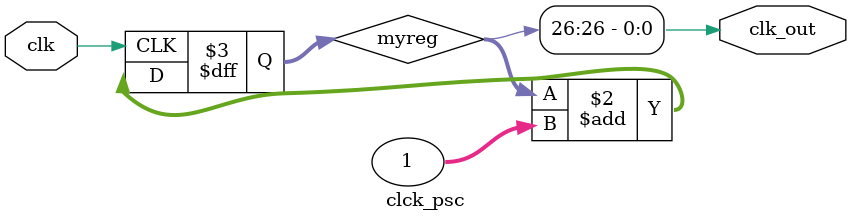
<source format=sv>
`timescale 1ns / 1ps

module clck_psc(
    input logic clk,
    output logic [0:0]clk_out
    );
    
    logic [31:0]myreg;
    
    always @(posedge clk)
        myreg +=1; 
    
    assign clk_out = myreg[26];
    
endmodule

</source>
